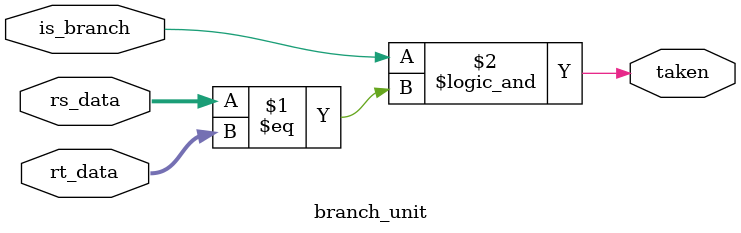
<source format=v>
module branch_unit (
  input  wire [31:0] rs_data,
  input  wire [31:0] rt_data,
  input  wire is_branch,
  output wire taken
);

assign taken = is_branch && (rs_data == rt_data);

endmodule

</source>
